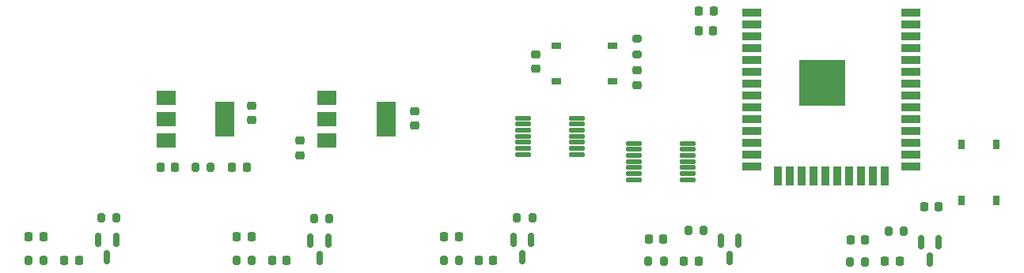
<source format=gbr>
%TF.GenerationSoftware,KiCad,Pcbnew,(6.0.0)*%
%TF.CreationDate,2022-03-25T10:46:11+03:00*%
%TF.ProjectId,LaundryPCB,4c61756e-6472-4795-9043-422e6b696361,rev?*%
%TF.SameCoordinates,Original*%
%TF.FileFunction,Paste,Top*%
%TF.FilePolarity,Positive*%
%FSLAX46Y46*%
G04 Gerber Fmt 4.6, Leading zero omitted, Abs format (unit mm)*
G04 Created by KiCad (PCBNEW (6.0.0)) date 2022-03-25 10:46:11*
%MOMM*%
%LPD*%
G01*
G04 APERTURE LIST*
G04 Aperture macros list*
%AMRoundRect*
0 Rectangle with rounded corners*
0 $1 Rounding radius*
0 $2 $3 $4 $5 $6 $7 $8 $9 X,Y pos of 4 corners*
0 Add a 4 corners polygon primitive as box body*
4,1,4,$2,$3,$4,$5,$6,$7,$8,$9,$2,$3,0*
0 Add four circle primitives for the rounded corners*
1,1,$1+$1,$2,$3*
1,1,$1+$1,$4,$5*
1,1,$1+$1,$6,$7*
1,1,$1+$1,$8,$9*
0 Add four rect primitives between the rounded corners*
20,1,$1+$1,$2,$3,$4,$5,0*
20,1,$1+$1,$4,$5,$6,$7,0*
20,1,$1+$1,$6,$7,$8,$9,0*
20,1,$1+$1,$8,$9,$2,$3,0*%
G04 Aperture macros list end*
%ADD10RoundRect,0.218750X-0.218750X-0.256250X0.218750X-0.256250X0.218750X0.256250X-0.218750X0.256250X0*%
%ADD11RoundRect,0.200000X0.200000X0.275000X-0.200000X0.275000X-0.200000X-0.275000X0.200000X-0.275000X0*%
%ADD12RoundRect,0.218750X0.218750X0.256250X-0.218750X0.256250X-0.218750X-0.256250X0.218750X-0.256250X0*%
%ADD13R,2.000000X1.500000*%
%ADD14R,2.000000X3.800000*%
%ADD15RoundRect,0.225000X0.225000X0.250000X-0.225000X0.250000X-0.225000X-0.250000X0.225000X-0.250000X0*%
%ADD16RoundRect,0.200000X-0.200000X-0.275000X0.200000X-0.275000X0.200000X0.275000X-0.200000X0.275000X0*%
%ADD17RoundRect,0.150000X-0.150000X0.587500X-0.150000X-0.587500X0.150000X-0.587500X0.150000X0.587500X0*%
%ADD18R,1.000000X0.750000*%
%ADD19RoundRect,0.225000X-0.225000X-0.250000X0.225000X-0.250000X0.225000X0.250000X-0.225000X0.250000X0*%
%ADD20R,0.750000X1.000000*%
%ADD21R,2.000000X0.900000*%
%ADD22R,0.900000X2.000000*%
%ADD23R,5.000000X5.000000*%
%ADD24RoundRect,0.225000X-0.250000X0.225000X-0.250000X-0.225000X0.250000X-0.225000X0.250000X0.225000X0*%
%ADD25RoundRect,0.200000X-0.275000X0.200000X-0.275000X-0.200000X0.275000X-0.200000X0.275000X0.200000X0*%
%ADD26RoundRect,0.020500X-0.764500X-0.184500X0.764500X-0.184500X0.764500X0.184500X-0.764500X0.184500X0*%
%ADD27RoundRect,0.225000X0.250000X-0.225000X0.250000X0.225000X-0.250000X0.225000X-0.250000X-0.225000X0*%
G04 APERTURE END LIST*
D10*
%TO.C,D14*%
X184610000Y-95682500D03*
X186185000Y-95682500D03*
%TD*%
D11*
%TO.C,R11*%
X165232500Y-92382500D03*
X163582500Y-92382500D03*
%TD*%
D12*
%TO.C,D9*%
X160895000Y-93282500D03*
X159320000Y-93282500D03*
%TD*%
%TO.C,D5*%
X94552500Y-93052500D03*
X92977500Y-93052500D03*
%TD*%
D13*
%TO.C,U1*%
X124910000Y-78140000D03*
D14*
X131210000Y-80440000D03*
D13*
X124910000Y-80440000D03*
X124910000Y-82740000D03*
%TD*%
D12*
%TO.C,D13*%
X182485000Y-93422500D03*
X180910000Y-93422500D03*
%TD*%
D10*
%TO.C,D6*%
X96787500Y-95592500D03*
X98362500Y-95592500D03*
%TD*%
D15*
%TO.C,C8*%
X166250000Y-70940000D03*
X164700000Y-70940000D03*
%TD*%
D16*
%TO.C,R9*%
X145235000Y-91040000D03*
X146885000Y-91040000D03*
%TD*%
D11*
%TO.C,R13*%
X186622500Y-92482500D03*
X184972500Y-92482500D03*
%TD*%
%TO.C,R10*%
X160932500Y-95682500D03*
X159282500Y-95682500D03*
%TD*%
D17*
%TO.C,Q5*%
X190347500Y-93645000D03*
X188447500Y-93645000D03*
X189397500Y-95520000D03*
%TD*%
%TO.C,Q1*%
X125057500Y-93445000D03*
X123157500Y-93445000D03*
X124107500Y-95320000D03*
%TD*%
D18*
%TO.C,S1*%
X149457500Y-72595000D03*
X155457500Y-72595000D03*
X149457500Y-76345000D03*
X155457500Y-76345000D03*
%TD*%
D19*
%TO.C,C3*%
X107110000Y-85610000D03*
X108660000Y-85610000D03*
%TD*%
D17*
%TO.C,Q3*%
X146757500Y-93425000D03*
X144857500Y-93425000D03*
X145807500Y-95300000D03*
%TD*%
D20*
%TO.C,S2*%
X196535000Y-83140000D03*
X196535000Y-89140000D03*
X192785000Y-83140000D03*
X192785000Y-89140000D03*
%TD*%
D12*
%TO.C,D4*%
X116347500Y-85640000D03*
X114772500Y-85640000D03*
%TD*%
D21*
%TO.C,U5*%
X170360000Y-69040000D03*
X170360000Y-70310000D03*
X170360000Y-71580000D03*
X170360000Y-72850000D03*
X170360000Y-74120000D03*
X170360000Y-75390000D03*
X170360000Y-76660000D03*
X170360000Y-77930000D03*
X170360000Y-79200000D03*
X170360000Y-80470000D03*
X170360000Y-81740000D03*
X170360000Y-83010000D03*
X170360000Y-84280000D03*
X170360000Y-85550000D03*
D22*
X173145000Y-86550000D03*
X174415000Y-86550000D03*
X175685000Y-86550000D03*
X176955000Y-86550000D03*
X178225000Y-86550000D03*
X179495000Y-86550000D03*
X180765000Y-86550000D03*
X182035000Y-86550000D03*
X183305000Y-86550000D03*
X184575000Y-86550000D03*
D21*
X187360000Y-85550000D03*
X187360000Y-84280000D03*
X187360000Y-83010000D03*
X187360000Y-81740000D03*
X187360000Y-80470000D03*
X187360000Y-79200000D03*
X187360000Y-77930000D03*
X187360000Y-76660000D03*
X187360000Y-75390000D03*
X187360000Y-74120000D03*
X187360000Y-72850000D03*
X187360000Y-71580000D03*
X187360000Y-70310000D03*
X187360000Y-69040000D03*
D23*
X177860000Y-76540000D03*
%TD*%
D24*
%TO.C,C2*%
X134260000Y-79565000D03*
X134260000Y-81115000D03*
%TD*%
D17*
%TO.C,Q2*%
X102335000Y-93385000D03*
X100435000Y-93385000D03*
X101385000Y-95260000D03*
%TD*%
D10*
%TO.C,D8*%
X141120000Y-95632500D03*
X142695000Y-95632500D03*
%TD*%
D24*
%TO.C,C7*%
X147257500Y-73495000D03*
X147257500Y-75045000D03*
%TD*%
D15*
%TO.C,C9*%
X166270000Y-68855000D03*
X164720000Y-68855000D03*
%TD*%
D10*
%TO.C,D3*%
X119027500Y-95570000D03*
X120602500Y-95570000D03*
%TD*%
D16*
%TO.C,R3*%
X123535000Y-91140000D03*
X125185000Y-91140000D03*
%TD*%
D25*
%TO.C,R7*%
X158057500Y-71845000D03*
X158057500Y-73495000D03*
%TD*%
D12*
%TO.C,D1*%
X116845000Y-93030000D03*
X115270000Y-93030000D03*
%TD*%
D19*
%TO.C,C5*%
X188785000Y-89840000D03*
X190335000Y-89840000D03*
%TD*%
D13*
%TO.C,U4*%
X107710000Y-78140000D03*
X107710000Y-80440000D03*
D14*
X114010000Y-80440000D03*
D13*
X107710000Y-82740000D03*
%TD*%
D16*
%TO.C,R6*%
X100735000Y-91040000D03*
X102385000Y-91040000D03*
%TD*%
%TO.C,R4*%
X110835000Y-85640000D03*
X112485000Y-85640000D03*
%TD*%
D26*
%TO.C,U3*%
X145870000Y-80330000D03*
X145870000Y-80980000D03*
X145870000Y-81630000D03*
X145870000Y-82280000D03*
X145870000Y-82930000D03*
X145870000Y-83580000D03*
X145870000Y-84230000D03*
X151610000Y-84230000D03*
X151610000Y-83580000D03*
X151610000Y-82930000D03*
X151610000Y-82280000D03*
X151610000Y-81630000D03*
X151610000Y-80980000D03*
X151610000Y-80330000D03*
%TD*%
D11*
%TO.C,R1*%
X116882500Y-95570000D03*
X115232500Y-95570000D03*
%TD*%
%TO.C,R5*%
X94590000Y-95592500D03*
X92940000Y-95592500D03*
%TD*%
%TO.C,R12*%
X182502500Y-95782500D03*
X180852500Y-95782500D03*
%TD*%
D26*
%TO.C,U2*%
X157730000Y-83040000D03*
X157730000Y-83690000D03*
X157730000Y-84340000D03*
X157730000Y-84990000D03*
X157730000Y-85640000D03*
X157730000Y-86290000D03*
X157730000Y-86940000D03*
X163470000Y-86940000D03*
X163470000Y-86290000D03*
X163470000Y-85640000D03*
X163470000Y-84990000D03*
X163470000Y-84340000D03*
X163470000Y-83690000D03*
X163470000Y-83040000D03*
%TD*%
D11*
%TO.C,R8*%
X139072500Y-95632500D03*
X137422500Y-95632500D03*
%TD*%
D12*
%TO.C,D7*%
X139035000Y-93092500D03*
X137460000Y-93092500D03*
%TD*%
D27*
%TO.C,C4*%
X116860000Y-80515000D03*
X116860000Y-78965000D03*
%TD*%
D24*
%TO.C,C1*%
X122060000Y-82765000D03*
X122060000Y-84315000D03*
%TD*%
D17*
%TO.C,Q4*%
X168957500Y-93507500D03*
X167057500Y-93507500D03*
X168007500Y-95382500D03*
%TD*%
D24*
%TO.C,C6*%
X158057500Y-75220000D03*
X158057500Y-76770000D03*
%TD*%
D10*
%TO.C,D10*%
X163120000Y-95682500D03*
X164695000Y-95682500D03*
%TD*%
M02*

</source>
